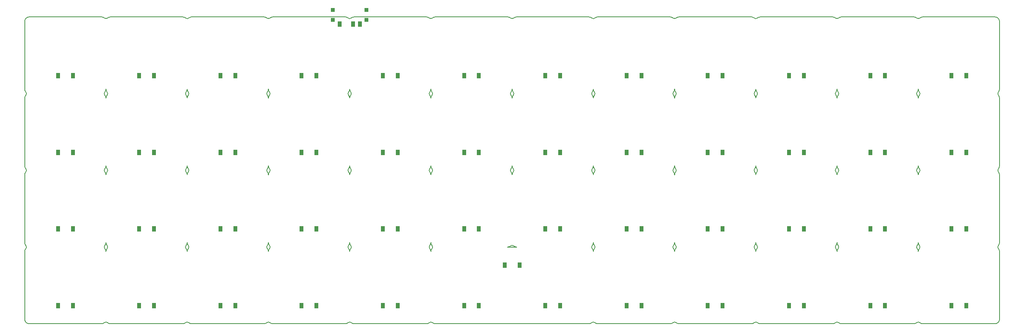
<source format=gbr>
G04 #@! TF.GenerationSoftware,KiCad,Pcbnew,5.1.5+dfsg1-2build2*
G04 #@! TF.CreationDate,2023-07-29T21:16:48+00:00*
G04 #@! TF.ProjectId,planck_routed,706c616e-636b-45f7-926f-757465642e6b,v1.0.0*
G04 #@! TF.SameCoordinates,Original*
G04 #@! TF.FileFunction,Paste,Bot*
G04 #@! TF.FilePolarity,Positive*
%FSLAX46Y46*%
G04 Gerber Fmt 4.6, Leading zero omitted, Abs format (unit mm)*
G04 Created by KiCad (PCBNEW 5.1.5+dfsg1-2build2) date 2023-07-29 21:16:48*
%MOMM*%
%LPD*%
G04 APERTURE LIST*
G04 #@! TA.AperFunction,Profile*
%ADD10C,0.150000*%
G04 #@! TD*
%ADD11R,0.900000X1.200000*%
%ADD12R,0.900000X1.250000*%
%ADD13R,0.900000X0.900000*%
G04 APERTURE END LIST*
D10*
X-8000000Y8500000D02*
X8000000Y8500000D01*
X8666667Y8754644D02*
G75*
G02X8000000Y8500000I-666667J745356D01*
G01*
X8745356Y25166667D02*
G75*
G02X9000000Y24500000I-745356J-666667D01*
G01*
X-9000000Y24500000D02*
G75*
G02X-8745356Y25166667I1000000J0D01*
G01*
X-9000000Y24500000D02*
X-9000000Y9500000D01*
X-8000000Y8500000D02*
G75*
G02X-9000000Y9500000I0J1000000D01*
G01*
X9000000Y26500000D02*
G75*
G02X8745356Y25833333I-1000000J0D01*
G01*
X8745356Y42166667D02*
G75*
G02X9000000Y41500000I-745356J-666667D01*
G01*
X-9000000Y41500000D02*
G75*
G02X-8745356Y42166667I1000000J0D01*
G01*
X-9000000Y41500000D02*
X-9000000Y26500000D01*
X-8745356Y25833333D02*
G75*
G02X-9000000Y26500000I745356J666667D01*
G01*
X9000000Y43500000D02*
G75*
G02X8745356Y42833333I-1000000J0D01*
G01*
X8745356Y59166667D02*
G75*
G02X9000000Y58500000I-745356J-666667D01*
G01*
X-9000000Y58500000D02*
G75*
G02X-8745356Y59166667I1000000J0D01*
G01*
X-9000000Y58500000D02*
X-9000000Y43500000D01*
X-8745356Y42833333D02*
G75*
G02X-9000000Y43500000I745356J666667D01*
G01*
X9000000Y60500000D02*
G75*
G02X8745356Y59833333I-1000000J0D01*
G01*
X8000000Y76500000D02*
G75*
G02X8666667Y76245356I0J-1000000D01*
G01*
X8000000Y76500000D02*
X-8000000Y76500000D01*
X-9000000Y75500000D02*
G75*
G02X-8000000Y76500000I1000000J0D01*
G01*
X-9000000Y75500000D02*
X-9000000Y60500000D01*
X-8745356Y59833333D02*
G75*
G02X-9000000Y60500000I745356J666667D01*
G01*
X10000000Y8500000D02*
X26000000Y8500000D01*
X26666667Y8754644D02*
G75*
G02X26000000Y8500000I-666667J745356D01*
G01*
X26745356Y25166667D02*
G75*
G02X27000000Y24500000I-745356J-666667D01*
G01*
X9000000Y24500000D02*
G75*
G02X9254644Y25166667I1000000J0D01*
G01*
X10000000Y8500000D02*
G75*
G02X9333333Y8754644I0J1000000D01*
G01*
X27000000Y26500000D02*
G75*
G02X26745356Y25833333I-1000000J0D01*
G01*
X26745356Y42166667D02*
G75*
G02X27000000Y41500000I-745356J-666667D01*
G01*
X9000000Y41500000D02*
G75*
G02X9254644Y42166667I1000000J0D01*
G01*
X9254644Y25833333D02*
G75*
G02X9000000Y26500000I745356J666667D01*
G01*
X27000000Y43500000D02*
G75*
G02X26745356Y42833333I-1000000J0D01*
G01*
X26745356Y59166667D02*
G75*
G02X27000000Y58500000I-745356J-666667D01*
G01*
X9000000Y58500000D02*
G75*
G02X9254644Y59166667I1000000J0D01*
G01*
X9254644Y42833333D02*
G75*
G02X9000000Y43500000I745356J666667D01*
G01*
X27000000Y60500000D02*
G75*
G02X26745356Y59833333I-1000000J0D01*
G01*
X26000000Y76500000D02*
G75*
G02X26666667Y76245356I0J-1000000D01*
G01*
X26000000Y76500000D02*
X10000000Y76500000D01*
X9333333Y76245356D02*
G75*
G02X10000000Y76500000I666667J-745356D01*
G01*
X9254644Y59833333D02*
G75*
G02X9000000Y60500000I745356J666667D01*
G01*
X28000000Y8500000D02*
X44000000Y8500000D01*
X44666667Y8754644D02*
G75*
G02X44000000Y8500000I-666667J745356D01*
G01*
X44745356Y25166667D02*
G75*
G02X45000000Y24500000I-745356J-666667D01*
G01*
X27000000Y24500000D02*
G75*
G02X27254644Y25166667I1000000J0D01*
G01*
X28000000Y8500000D02*
G75*
G02X27333333Y8754644I0J1000000D01*
G01*
X45000000Y26500000D02*
G75*
G02X44745356Y25833333I-1000000J0D01*
G01*
X44745356Y42166667D02*
G75*
G02X45000000Y41500000I-745356J-666667D01*
G01*
X27000000Y41500000D02*
G75*
G02X27254644Y42166667I1000000J0D01*
G01*
X27254644Y25833333D02*
G75*
G02X27000000Y26500000I745356J666667D01*
G01*
X45000000Y43500000D02*
G75*
G02X44745356Y42833333I-1000000J0D01*
G01*
X44745356Y59166667D02*
G75*
G02X45000000Y58500000I-745356J-666667D01*
G01*
X27000000Y58500000D02*
G75*
G02X27254644Y59166667I1000000J0D01*
G01*
X27254644Y42833333D02*
G75*
G02X27000000Y43500000I745356J666667D01*
G01*
X45000000Y60500000D02*
G75*
G02X44745356Y59833333I-1000000J0D01*
G01*
X44000000Y76500000D02*
G75*
G02X44666667Y76245356I0J-1000000D01*
G01*
X44000000Y76500000D02*
X28000000Y76500000D01*
X27333333Y76245356D02*
G75*
G02X28000000Y76500000I666667J-745356D01*
G01*
X27254644Y59833333D02*
G75*
G02X27000000Y60500000I745356J666667D01*
G01*
X46000000Y8500000D02*
X62000000Y8500000D01*
X62666667Y8754644D02*
G75*
G02X62000000Y8500000I-666667J745356D01*
G01*
X62745356Y25166667D02*
G75*
G02X63000000Y24500000I-745356J-666667D01*
G01*
X45000000Y24500000D02*
G75*
G02X45254644Y25166667I1000000J0D01*
G01*
X46000000Y8500000D02*
G75*
G02X45333333Y8754644I0J1000000D01*
G01*
X63000000Y26500000D02*
G75*
G02X62745356Y25833333I-1000000J0D01*
G01*
X62745356Y42166667D02*
G75*
G02X63000000Y41500000I-745356J-666667D01*
G01*
X45000000Y41500000D02*
G75*
G02X45254644Y42166667I1000000J0D01*
G01*
X45254644Y25833333D02*
G75*
G02X45000000Y26500000I745356J666667D01*
G01*
X63000000Y43500000D02*
G75*
G02X62745356Y42833333I-1000000J0D01*
G01*
X62745356Y59166667D02*
G75*
G02X63000000Y58500000I-745356J-666667D01*
G01*
X45000000Y58500000D02*
G75*
G02X45254644Y59166667I1000000J0D01*
G01*
X45254644Y42833333D02*
G75*
G02X45000000Y43500000I745356J666667D01*
G01*
X63000000Y60500000D02*
G75*
G02X62745356Y59833333I-1000000J0D01*
G01*
X62000000Y76500000D02*
G75*
G02X62666667Y76245356I0J-1000000D01*
G01*
X62000000Y76500000D02*
X46000000Y76500000D01*
X45333333Y76245356D02*
G75*
G02X46000000Y76500000I666667J-745356D01*
G01*
X45254644Y59833333D02*
G75*
G02X45000000Y60500000I745356J666667D01*
G01*
X64000000Y8500000D02*
X80000000Y8500000D01*
X80666667Y8754644D02*
G75*
G02X80000000Y8500000I-666667J745356D01*
G01*
X80745356Y25166667D02*
G75*
G02X81000000Y24500000I-745356J-666667D01*
G01*
X63000000Y24500000D02*
G75*
G02X63254644Y25166667I1000000J0D01*
G01*
X64000000Y8500000D02*
G75*
G02X63333333Y8754644I0J1000000D01*
G01*
X81000000Y26500000D02*
G75*
G02X80745356Y25833333I-1000000J0D01*
G01*
X80745356Y42166667D02*
G75*
G02X81000000Y41500000I-745356J-666667D01*
G01*
X63000000Y41500000D02*
G75*
G02X63254644Y42166667I1000000J0D01*
G01*
X63254644Y25833333D02*
G75*
G02X63000000Y26500000I745356J666667D01*
G01*
X81000000Y43500000D02*
G75*
G02X80745356Y42833333I-1000000J0D01*
G01*
X80745356Y59166667D02*
G75*
G02X81000000Y58500000I-745356J-666667D01*
G01*
X63000000Y58500000D02*
G75*
G02X63254644Y59166667I1000000J0D01*
G01*
X63254644Y42833333D02*
G75*
G02X63000000Y43500000I745356J666667D01*
G01*
X81000000Y60500000D02*
G75*
G02X80745356Y59833333I-1000000J0D01*
G01*
X80000000Y76500000D02*
G75*
G02X80666667Y76245356I0J-1000000D01*
G01*
X80000000Y76500000D02*
X64000000Y76500000D01*
X63333333Y76245356D02*
G75*
G02X64000000Y76500000I666667J-745356D01*
G01*
X63254644Y59833333D02*
G75*
G02X63000000Y60500000I745356J666667D01*
G01*
X82000000Y8500000D02*
X116000000Y8500000D01*
X81000000Y24500000D02*
G75*
G02X81254644Y25166667I1000000J0D01*
G01*
X82000000Y8500000D02*
G75*
G02X81333333Y8754644I0J1000000D01*
G01*
X98666667Y25754644D02*
G75*
G02X98000000Y25500000I-666667J745356D01*
G01*
X98745356Y42166667D02*
G75*
G02X99000000Y41500000I-745356J-666667D01*
G01*
X81000000Y41500000D02*
G75*
G02X81254644Y42166667I1000000J0D01*
G01*
X81254644Y25833333D02*
G75*
G02X81000000Y26500000I745356J666667D01*
G01*
X99000000Y43500000D02*
G75*
G02X98745356Y42833333I-1000000J0D01*
G01*
X98745356Y59166667D02*
G75*
G02X99000000Y58500000I-745356J-666667D01*
G01*
X81000000Y58500000D02*
G75*
G02X81254644Y59166667I1000000J0D01*
G01*
X81254644Y42833333D02*
G75*
G02X81000000Y43500000I745356J666667D01*
G01*
X99000000Y60500000D02*
G75*
G02X98745356Y59833333I-1000000J0D01*
G01*
X98000000Y76500000D02*
G75*
G02X98666667Y76245356I0J-1000000D01*
G01*
X98000000Y76500000D02*
X82000000Y76500000D01*
X81333333Y76245356D02*
G75*
G02X82000000Y76500000I666667J-745356D01*
G01*
X81254644Y59833333D02*
G75*
G02X81000000Y60500000I745356J666667D01*
G01*
X100000000Y25500000D02*
X98000000Y25500000D01*
X116666667Y8754644D02*
G75*
G02X116000000Y8500000I-666667J745356D01*
G01*
X116745356Y25166667D02*
G75*
G02X117000000Y24500000I-745356J-666667D01*
G01*
X117000000Y26500000D02*
G75*
G02X116745356Y25833333I-1000000J0D01*
G01*
X116745356Y42166667D02*
G75*
G02X117000000Y41500000I-745356J-666667D01*
G01*
X99000000Y41500000D02*
G75*
G02X99254644Y42166667I1000000J0D01*
G01*
X100000000Y25500000D02*
G75*
G02X99333333Y25754644I0J1000000D01*
G01*
X117000000Y43500000D02*
G75*
G02X116745356Y42833333I-1000000J0D01*
G01*
X116745356Y59166667D02*
G75*
G02X117000000Y58500000I-745356J-666667D01*
G01*
X99000000Y58500000D02*
G75*
G02X99254644Y59166667I1000000J0D01*
G01*
X99254644Y42833333D02*
G75*
G02X99000000Y43500000I745356J666667D01*
G01*
X117000000Y60500000D02*
G75*
G02X116745356Y59833333I-1000000J0D01*
G01*
X116000000Y76500000D02*
G75*
G02X116666667Y76245356I0J-1000000D01*
G01*
X116000000Y76500000D02*
X100000000Y76500000D01*
X99333333Y76245356D02*
G75*
G02X100000000Y76500000I666667J-745356D01*
G01*
X99254644Y59833333D02*
G75*
G02X99000000Y60500000I745356J666667D01*
G01*
X118000000Y8500000D02*
X134000000Y8500000D01*
X134666667Y8754644D02*
G75*
G02X134000000Y8500000I-666667J745356D01*
G01*
X134745356Y25166667D02*
G75*
G02X135000000Y24500000I-745356J-666667D01*
G01*
X117000000Y24500000D02*
G75*
G02X117254644Y25166667I1000000J0D01*
G01*
X118000000Y8500000D02*
G75*
G02X117333333Y8754644I0J1000000D01*
G01*
X135000000Y26500000D02*
G75*
G02X134745356Y25833333I-1000000J0D01*
G01*
X134745356Y42166667D02*
G75*
G02X135000000Y41500000I-745356J-666667D01*
G01*
X117000000Y41500000D02*
G75*
G02X117254644Y42166667I1000000J0D01*
G01*
X117254644Y25833333D02*
G75*
G02X117000000Y26500000I745356J666667D01*
G01*
X135000000Y43500000D02*
G75*
G02X134745356Y42833333I-1000000J0D01*
G01*
X134745356Y59166667D02*
G75*
G02X135000000Y58500000I-745356J-666667D01*
G01*
X117000000Y58500000D02*
G75*
G02X117254644Y59166667I1000000J0D01*
G01*
X117254644Y42833333D02*
G75*
G02X117000000Y43500000I745356J666667D01*
G01*
X135000000Y60500000D02*
G75*
G02X134745356Y59833333I-1000000J0D01*
G01*
X134000000Y76500000D02*
G75*
G02X134666667Y76245356I0J-1000000D01*
G01*
X134000000Y76500000D02*
X118000000Y76500000D01*
X117333333Y76245356D02*
G75*
G02X118000000Y76500000I666667J-745356D01*
G01*
X117254644Y59833333D02*
G75*
G02X117000000Y60500000I745356J666667D01*
G01*
X136000000Y8500000D02*
X152000000Y8500000D01*
X152666667Y8754644D02*
G75*
G02X152000000Y8500000I-666667J745356D01*
G01*
X152745356Y25166667D02*
G75*
G02X153000000Y24500000I-745356J-666667D01*
G01*
X135000000Y24500000D02*
G75*
G02X135254644Y25166667I1000000J0D01*
G01*
X136000000Y8500000D02*
G75*
G02X135333333Y8754644I0J1000000D01*
G01*
X153000000Y26500000D02*
G75*
G02X152745356Y25833333I-1000000J0D01*
G01*
X152745356Y42166667D02*
G75*
G02X153000000Y41500000I-745356J-666667D01*
G01*
X135000000Y41500000D02*
G75*
G02X135254644Y42166667I1000000J0D01*
G01*
X135254644Y25833333D02*
G75*
G02X135000000Y26500000I745356J666667D01*
G01*
X153000000Y43500000D02*
G75*
G02X152745356Y42833333I-1000000J0D01*
G01*
X152745356Y59166667D02*
G75*
G02X153000000Y58500000I-745356J-666667D01*
G01*
X135000000Y58500000D02*
G75*
G02X135254644Y59166667I1000000J0D01*
G01*
X135254644Y42833333D02*
G75*
G02X135000000Y43500000I745356J666667D01*
G01*
X153000000Y60500000D02*
G75*
G02X152745356Y59833333I-1000000J0D01*
G01*
X152000000Y76500000D02*
G75*
G02X152666667Y76245356I0J-1000000D01*
G01*
X152000000Y76500000D02*
X136000000Y76500000D01*
X135333333Y76245356D02*
G75*
G02X136000000Y76500000I666667J-745356D01*
G01*
X135254644Y59833333D02*
G75*
G02X135000000Y60500000I745356J666667D01*
G01*
X154000000Y8500000D02*
X170000000Y8500000D01*
X170666667Y8754644D02*
G75*
G02X170000000Y8500000I-666667J745356D01*
G01*
X170745356Y25166667D02*
G75*
G02X171000000Y24500000I-745356J-666667D01*
G01*
X153000000Y24500000D02*
G75*
G02X153254644Y25166667I1000000J0D01*
G01*
X154000000Y8500000D02*
G75*
G02X153333333Y8754644I0J1000000D01*
G01*
X171000000Y26500000D02*
G75*
G02X170745356Y25833333I-1000000J0D01*
G01*
X170745356Y42166667D02*
G75*
G02X171000000Y41500000I-745356J-666667D01*
G01*
X153000000Y41500000D02*
G75*
G02X153254644Y42166667I1000000J0D01*
G01*
X153254644Y25833333D02*
G75*
G02X153000000Y26500000I745356J666667D01*
G01*
X171000000Y43500000D02*
G75*
G02X170745356Y42833333I-1000000J0D01*
G01*
X170745356Y59166667D02*
G75*
G02X171000000Y58500000I-745356J-666667D01*
G01*
X153000000Y58500000D02*
G75*
G02X153254644Y59166667I1000000J0D01*
G01*
X153254644Y42833333D02*
G75*
G02X153000000Y43500000I745356J666667D01*
G01*
X171000000Y60500000D02*
G75*
G02X170745356Y59833333I-1000000J0D01*
G01*
X170000000Y76500000D02*
G75*
G02X170666667Y76245356I0J-1000000D01*
G01*
X170000000Y76500000D02*
X154000000Y76500000D01*
X153333333Y76245356D02*
G75*
G02X154000000Y76500000I666667J-745356D01*
G01*
X153254644Y59833333D02*
G75*
G02X153000000Y60500000I745356J666667D01*
G01*
X172000000Y8500000D02*
X188000000Y8500000D01*
X188666667Y8754644D02*
G75*
G02X188000000Y8500000I-666667J745356D01*
G01*
X188745356Y25166667D02*
G75*
G02X189000000Y24500000I-745356J-666667D01*
G01*
X171000000Y24500000D02*
G75*
G02X171254644Y25166667I1000000J0D01*
G01*
X172000000Y8500000D02*
G75*
G02X171333333Y8754644I0J1000000D01*
G01*
X189000000Y26500000D02*
G75*
G02X188745356Y25833333I-1000000J0D01*
G01*
X188745356Y42166667D02*
G75*
G02X189000000Y41500000I-745356J-666667D01*
G01*
X171000000Y41500000D02*
G75*
G02X171254644Y42166667I1000000J0D01*
G01*
X171254644Y25833333D02*
G75*
G02X171000000Y26500000I745356J666667D01*
G01*
X189000000Y43500000D02*
G75*
G02X188745356Y42833333I-1000000J0D01*
G01*
X188745356Y59166667D02*
G75*
G02X189000000Y58500000I-745356J-666667D01*
G01*
X171000000Y58500000D02*
G75*
G02X171254644Y59166667I1000000J0D01*
G01*
X171254644Y42833333D02*
G75*
G02X171000000Y43500000I745356J666667D01*
G01*
X189000000Y60500000D02*
G75*
G02X188745356Y59833333I-1000000J0D01*
G01*
X188000000Y76500000D02*
G75*
G02X188666667Y76245356I0J-1000000D01*
G01*
X188000000Y76500000D02*
X172000000Y76500000D01*
X171333333Y76245356D02*
G75*
G02X172000000Y76500000I666667J-745356D01*
G01*
X171254644Y59833333D02*
G75*
G02X171000000Y60500000I745356J666667D01*
G01*
X190000000Y8500000D02*
X206000000Y8500000D01*
X207000000Y9500000D02*
G75*
G02X206000000Y8500000I-1000000J0D01*
G01*
X207000000Y9500000D02*
X207000000Y24500000D01*
X206745356Y25166667D02*
G75*
G02X207000000Y24500000I-745356J-666667D01*
G01*
X189000000Y24500000D02*
G75*
G02X189254644Y25166667I1000000J0D01*
G01*
X190000000Y8500000D02*
G75*
G02X189333333Y8754644I0J1000000D01*
G01*
X207000000Y26500000D02*
G75*
G02X206745356Y25833333I-1000000J0D01*
G01*
X207000000Y26500000D02*
X207000000Y41500000D01*
X206745356Y42166667D02*
G75*
G02X207000000Y41500000I-745356J-666667D01*
G01*
X189000000Y41500000D02*
G75*
G02X189254644Y42166667I1000000J0D01*
G01*
X189254644Y25833333D02*
G75*
G02X189000000Y26500000I745356J666667D01*
G01*
X207000000Y43500000D02*
G75*
G02X206745356Y42833333I-1000000J0D01*
G01*
X207000000Y43500000D02*
X207000000Y58500000D01*
X206745356Y59166667D02*
G75*
G02X207000000Y58500000I-745356J-666667D01*
G01*
X189000000Y58500000D02*
G75*
G02X189254644Y59166667I1000000J0D01*
G01*
X189254644Y42833333D02*
G75*
G02X189000000Y43500000I745356J666667D01*
G01*
X207000000Y60500000D02*
G75*
G02X206745356Y59833333I-1000000J0D01*
G01*
X207000000Y60500000D02*
X207000000Y75500000D01*
X206000000Y76500000D02*
G75*
G02X207000000Y75500000I0J-1000000D01*
G01*
X206000000Y76500000D02*
X190000000Y76500000D01*
X189333333Y76245356D02*
G75*
G02X190000000Y76500000I666667J-745356D01*
G01*
X189254644Y59833333D02*
G75*
G02X189000000Y60500000I745356J666667D01*
G01*
X8666666Y8754644D02*
G75*
G02X9333333Y8754644I333334J-372678D01*
G01*
X26666666Y8754644D02*
G75*
G02X27333333Y8754644I333334J-372678D01*
G01*
X44666666Y8754644D02*
G75*
G02X45333333Y8754644I333334J-372678D01*
G01*
X62666666Y8754644D02*
G75*
G02X63333333Y8754644I333334J-372678D01*
G01*
X80666666Y8754644D02*
G75*
G02X81333333Y8754644I333334J-372678D01*
G01*
X116666666Y8754644D02*
G75*
G02X117333333Y8754644I333334J-372678D01*
G01*
X134666666Y8754644D02*
G75*
G02X135333333Y8754644I333334J-372678D01*
G01*
X152666666Y8754644D02*
G75*
G02X153333333Y8754644I333334J-372678D01*
G01*
X170666666Y8754644D02*
G75*
G02X171333333Y8754644I333334J-372678D01*
G01*
X188666666Y8754644D02*
G75*
G02X189333333Y8754644I333334J-372678D01*
G01*
X206745356Y25166666D02*
G75*
G02X206745356Y25833333I372678J333334D01*
G01*
X206745356Y42166666D02*
G75*
G02X206745356Y42833333I372678J333334D01*
G01*
X206745356Y59166666D02*
G75*
G02X206745356Y59833333I372678J333334D01*
G01*
X189333334Y76245356D02*
G75*
G02X188666667Y76245356I-333334J372678D01*
G01*
X171333334Y76245356D02*
G75*
G02X170666667Y76245356I-333334J372678D01*
G01*
X153333334Y76245356D02*
G75*
G02X152666667Y76245356I-333334J372678D01*
G01*
X135333334Y76245356D02*
G75*
G02X134666667Y76245356I-333334J372678D01*
G01*
X117333334Y76245356D02*
G75*
G02X116666667Y76245356I-333334J372678D01*
G01*
X99333334Y76245356D02*
G75*
G02X98666667Y76245356I-333334J372678D01*
G01*
X81333334Y76245356D02*
G75*
G02X80666667Y76245356I-333334J372678D01*
G01*
X63333334Y76245356D02*
G75*
G02X62666667Y76245356I-333334J372678D01*
G01*
X45333334Y76245356D02*
G75*
G02X44666667Y76245356I-333334J372678D01*
G01*
X27333334Y76245356D02*
G75*
G02X26666667Y76245356I-333334J372678D01*
G01*
X9333334Y76245356D02*
G75*
G02X8666667Y76245356I-333334J372678D01*
G01*
X-8745356Y59833334D02*
G75*
G02X-8745356Y59166667I-372678J-333334D01*
G01*
X-8745356Y42833334D02*
G75*
G02X-8745356Y42166667I-372678J-333334D01*
G01*
X-8745356Y25833334D02*
G75*
G02X-8745356Y25166667I-372678J-333334D01*
G01*
X8745356Y25166666D02*
G75*
G02X8745356Y25833333I372678J333334D01*
G01*
X9254644Y25833334D02*
G75*
G02X9254644Y25166667I-372678J-333334D01*
G01*
X8745356Y42166666D02*
G75*
G02X8745356Y42833333I372678J333334D01*
G01*
X9254644Y42833334D02*
G75*
G02X9254644Y42166667I-372678J-333334D01*
G01*
X8745356Y59166666D02*
G75*
G02X8745356Y59833333I372678J333334D01*
G01*
X9254644Y59833334D02*
G75*
G02X9254644Y59166667I-372678J-333334D01*
G01*
X26745356Y25166666D02*
G75*
G02X26745356Y25833333I372678J333334D01*
G01*
X27254644Y25833334D02*
G75*
G02X27254644Y25166667I-372678J-333334D01*
G01*
X26745356Y42166666D02*
G75*
G02X26745356Y42833333I372678J333334D01*
G01*
X27254644Y42833334D02*
G75*
G02X27254644Y42166667I-372678J-333334D01*
G01*
X26745356Y59166666D02*
G75*
G02X26745356Y59833333I372678J333334D01*
G01*
X27254644Y59833334D02*
G75*
G02X27254644Y59166667I-372678J-333334D01*
G01*
X44745356Y25166666D02*
G75*
G02X44745356Y25833333I372678J333334D01*
G01*
X45254644Y25833334D02*
G75*
G02X45254644Y25166667I-372678J-333334D01*
G01*
X44745356Y42166666D02*
G75*
G02X44745356Y42833333I372678J333334D01*
G01*
X45254644Y42833334D02*
G75*
G02X45254644Y42166667I-372678J-333334D01*
G01*
X44745356Y59166666D02*
G75*
G02X44745356Y59833333I372678J333334D01*
G01*
X45254644Y59833334D02*
G75*
G02X45254644Y59166667I-372678J-333334D01*
G01*
X62745356Y25166666D02*
G75*
G02X62745356Y25833333I372678J333334D01*
G01*
X63254644Y25833334D02*
G75*
G02X63254644Y25166667I-372678J-333334D01*
G01*
X62745356Y42166666D02*
G75*
G02X62745356Y42833333I372678J333334D01*
G01*
X63254644Y42833334D02*
G75*
G02X63254644Y42166667I-372678J-333334D01*
G01*
X62745356Y59166666D02*
G75*
G02X62745356Y59833333I372678J333334D01*
G01*
X63254644Y59833334D02*
G75*
G02X63254644Y59166667I-372678J-333334D01*
G01*
X80745356Y25166666D02*
G75*
G02X80745356Y25833333I372678J333334D01*
G01*
X81254644Y25833334D02*
G75*
G02X81254644Y25166667I-372678J-333334D01*
G01*
X80745356Y42166666D02*
G75*
G02X80745356Y42833333I372678J333334D01*
G01*
X81254644Y42833334D02*
G75*
G02X81254644Y42166667I-372678J-333334D01*
G01*
X80745356Y59166666D02*
G75*
G02X80745356Y59833333I372678J333334D01*
G01*
X81254644Y59833334D02*
G75*
G02X81254644Y59166667I-372678J-333334D01*
G01*
X98745356Y42166666D02*
G75*
G02X98745356Y42833333I372678J333334D01*
G01*
X99254644Y42833334D02*
G75*
G02X99254644Y42166667I-372678J-333334D01*
G01*
X98745356Y59166666D02*
G75*
G02X98745356Y59833333I372678J333334D01*
G01*
X99254644Y59833334D02*
G75*
G02X99254644Y59166667I-372678J-333334D01*
G01*
X116745356Y25166666D02*
G75*
G02X116745356Y25833333I372678J333334D01*
G01*
X117254644Y25833334D02*
G75*
G02X117254644Y25166667I-372678J-333334D01*
G01*
X116745356Y42166666D02*
G75*
G02X116745356Y42833333I372678J333334D01*
G01*
X117254644Y42833334D02*
G75*
G02X117254644Y42166667I-372678J-333334D01*
G01*
X116745356Y59166666D02*
G75*
G02X116745356Y59833333I372678J333334D01*
G01*
X117254644Y59833334D02*
G75*
G02X117254644Y59166667I-372678J-333334D01*
G01*
X134745356Y25166666D02*
G75*
G02X134745356Y25833333I372678J333334D01*
G01*
X135254644Y25833334D02*
G75*
G02X135254644Y25166667I-372678J-333334D01*
G01*
X134745356Y42166666D02*
G75*
G02X134745356Y42833333I372678J333334D01*
G01*
X135254644Y42833334D02*
G75*
G02X135254644Y42166667I-372678J-333334D01*
G01*
X134745356Y59166666D02*
G75*
G02X134745356Y59833333I372678J333334D01*
G01*
X135254644Y59833334D02*
G75*
G02X135254644Y59166667I-372678J-333334D01*
G01*
X152745356Y25166666D02*
G75*
G02X152745356Y25833333I372678J333334D01*
G01*
X153254644Y25833334D02*
G75*
G02X153254644Y25166667I-372678J-333334D01*
G01*
X152745356Y42166666D02*
G75*
G02X152745356Y42833333I372678J333334D01*
G01*
X153254644Y42833334D02*
G75*
G02X153254644Y42166667I-372678J-333334D01*
G01*
X152745356Y59166666D02*
G75*
G02X152745356Y59833333I372678J333334D01*
G01*
X153254644Y59833334D02*
G75*
G02X153254644Y59166667I-372678J-333334D01*
G01*
X170745356Y25166666D02*
G75*
G02X170745356Y25833333I372678J333334D01*
G01*
X171254644Y25833334D02*
G75*
G02X171254644Y25166667I-372678J-333334D01*
G01*
X170745356Y42166666D02*
G75*
G02X170745356Y42833333I372678J333334D01*
G01*
X171254644Y42833334D02*
G75*
G02X171254644Y42166667I-372678J-333334D01*
G01*
X170745356Y59166666D02*
G75*
G02X170745356Y59833333I372678J333334D01*
G01*
X171254644Y59833334D02*
G75*
G02X171254644Y59166667I-372678J-333334D01*
G01*
X188745356Y25166666D02*
G75*
G02X188745356Y25833333I372678J333334D01*
G01*
X189254644Y25833334D02*
G75*
G02X189254644Y25166667I-372678J-333334D01*
G01*
X188745356Y42166666D02*
G75*
G02X188745356Y42833333I372678J333334D01*
G01*
X189254644Y42833334D02*
G75*
G02X189254644Y42166667I-372678J-333334D01*
G01*
X188745356Y59166666D02*
G75*
G02X188745356Y59833333I372678J333334D01*
G01*
X189254644Y59833334D02*
G75*
G02X189254644Y59166667I-372678J-333334D01*
G01*
X98666666Y25754644D02*
G75*
G02X99333333Y25754644I333334J-372678D01*
G01*
D11*
G04 #@! TO.C,D1*
X1650000Y12500000D03*
X-1650000Y12500000D03*
G04 #@! TD*
G04 #@! TO.C,D2*
X1650000Y29500000D03*
X-1650000Y29500000D03*
G04 #@! TD*
G04 #@! TO.C,D3*
X1650000Y46500000D03*
X-1650000Y46500000D03*
G04 #@! TD*
G04 #@! TO.C,D4*
X1650000Y63500000D03*
X-1650000Y63500000D03*
G04 #@! TD*
G04 #@! TO.C,D5*
X19650000Y12500000D03*
X16350000Y12500000D03*
G04 #@! TD*
G04 #@! TO.C,D6*
X19650000Y29500000D03*
X16350000Y29500000D03*
G04 #@! TD*
G04 #@! TO.C,D7*
X19650000Y46500000D03*
X16350000Y46500000D03*
G04 #@! TD*
G04 #@! TO.C,D8*
X19650000Y63500000D03*
X16350000Y63500000D03*
G04 #@! TD*
G04 #@! TO.C,D9*
X37650000Y12500000D03*
X34350000Y12500000D03*
G04 #@! TD*
G04 #@! TO.C,D10*
X37650000Y29500000D03*
X34350000Y29500000D03*
G04 #@! TD*
G04 #@! TO.C,D11*
X37650000Y46500000D03*
X34350000Y46500000D03*
G04 #@! TD*
G04 #@! TO.C,D12*
X37650000Y63500000D03*
X34350000Y63500000D03*
G04 #@! TD*
G04 #@! TO.C,D13*
X55650000Y12500000D03*
X52350000Y12500000D03*
G04 #@! TD*
G04 #@! TO.C,D14*
X55650000Y29500000D03*
X52350000Y29500000D03*
G04 #@! TD*
G04 #@! TO.C,D15*
X55650000Y46500000D03*
X52350000Y46500000D03*
G04 #@! TD*
G04 #@! TO.C,D16*
X55650000Y63500000D03*
X52350000Y63500000D03*
G04 #@! TD*
G04 #@! TO.C,D17*
X73650000Y12500000D03*
X70350000Y12500000D03*
G04 #@! TD*
G04 #@! TO.C,D18*
X73650000Y29500000D03*
X70350000Y29500000D03*
G04 #@! TD*
G04 #@! TO.C,D19*
X73650000Y46500000D03*
X70350000Y46500000D03*
G04 #@! TD*
G04 #@! TO.C,D20*
X73650000Y63500000D03*
X70350000Y63500000D03*
G04 #@! TD*
G04 #@! TO.C,D21*
X91650000Y12500000D03*
X88350000Y12500000D03*
G04 #@! TD*
G04 #@! TO.C,D22*
X91650000Y29500000D03*
X88350000Y29500000D03*
G04 #@! TD*
G04 #@! TO.C,D23*
X91650000Y46500000D03*
X88350000Y46500000D03*
G04 #@! TD*
G04 #@! TO.C,D24*
X91650000Y63500000D03*
X88350000Y63500000D03*
G04 #@! TD*
G04 #@! TO.C,D25*
X97350000Y21500000D03*
X100650000Y21500000D03*
G04 #@! TD*
G04 #@! TO.C,D26*
X109650000Y12500000D03*
X106350000Y12500000D03*
G04 #@! TD*
G04 #@! TO.C,D27*
X109650000Y29500000D03*
X106350000Y29500000D03*
G04 #@! TD*
G04 #@! TO.C,D28*
X109650000Y46500000D03*
X106350000Y46500000D03*
G04 #@! TD*
G04 #@! TO.C,D29*
X109650000Y63500000D03*
X106350000Y63500000D03*
G04 #@! TD*
G04 #@! TO.C,D30*
X127650000Y12500000D03*
X124350000Y12500000D03*
G04 #@! TD*
G04 #@! TO.C,D31*
X127650000Y29500000D03*
X124350000Y29500000D03*
G04 #@! TD*
G04 #@! TO.C,D32*
X127650000Y46500000D03*
X124350000Y46500000D03*
G04 #@! TD*
G04 #@! TO.C,D33*
X127650000Y63500000D03*
X124350000Y63500000D03*
G04 #@! TD*
G04 #@! TO.C,D34*
X145650000Y12500000D03*
X142350000Y12500000D03*
G04 #@! TD*
G04 #@! TO.C,D35*
X145650000Y29500000D03*
X142350000Y29500000D03*
G04 #@! TD*
G04 #@! TO.C,D36*
X145650000Y46500000D03*
X142350000Y46500000D03*
G04 #@! TD*
G04 #@! TO.C,D37*
X145650000Y63500000D03*
X142350000Y63500000D03*
G04 #@! TD*
G04 #@! TO.C,D38*
X163650000Y12500000D03*
X160350000Y12500000D03*
G04 #@! TD*
G04 #@! TO.C,D39*
X163650000Y29500000D03*
X160350000Y29500000D03*
G04 #@! TD*
G04 #@! TO.C,D40*
X163650000Y46500000D03*
X160350000Y46500000D03*
G04 #@! TD*
G04 #@! TO.C,D41*
X163650000Y63500000D03*
X160350000Y63500000D03*
G04 #@! TD*
G04 #@! TO.C,D42*
X181650000Y12500000D03*
X178350000Y12500000D03*
G04 #@! TD*
G04 #@! TO.C,D43*
X181650000Y29500000D03*
X178350000Y29500000D03*
G04 #@! TD*
G04 #@! TO.C,D44*
X181650000Y46500000D03*
X178350000Y46500000D03*
G04 #@! TD*
G04 #@! TO.C,D45*
X181650000Y63500000D03*
X178350000Y63500000D03*
G04 #@! TD*
G04 #@! TO.C,D46*
X199650000Y12500000D03*
X196350000Y12500000D03*
G04 #@! TD*
G04 #@! TO.C,D47*
X199650000Y29500000D03*
X196350000Y29500000D03*
G04 #@! TD*
G04 #@! TO.C,D48*
X199650000Y46500000D03*
X196350000Y46500000D03*
G04 #@! TD*
G04 #@! TO.C,D49*
X199650000Y63500000D03*
X196350000Y63500000D03*
G04 #@! TD*
D12*
G04 #@! TO.C,T1*
X60750000Y74875000D03*
X63750000Y74875000D03*
X65250000Y74875000D03*
D13*
X66700000Y78050000D03*
X66700000Y75850000D03*
X59300000Y75850000D03*
X59300000Y78050000D03*
G04 #@! TD*
M02*

</source>
